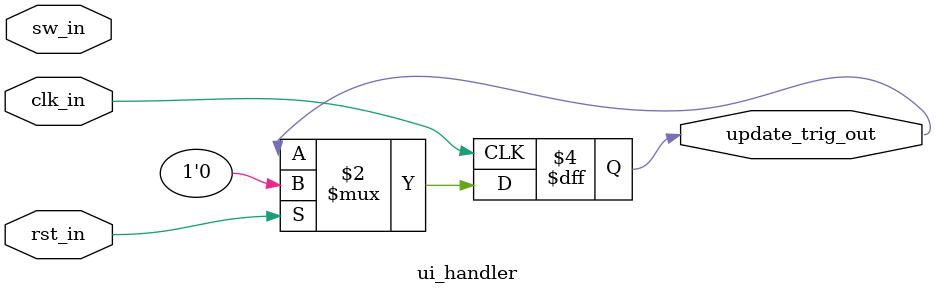
<source format=sv>
`timescale 1ns / 1ps
`default_nettype none

module ui_handler (
	input wire clk_in,            // system clock
  input wire rst_in,            // system reset
	input wire [15:0] sw_in,      // UI switches
	output logic update_trig_out  // trigger detected UI update
);



always_ff @(posedge clk_in) begin
  if (rst_in) begin
    update_trig_out <= 1'b0;
  end else begin
    
  end
end


endmodule
</source>
